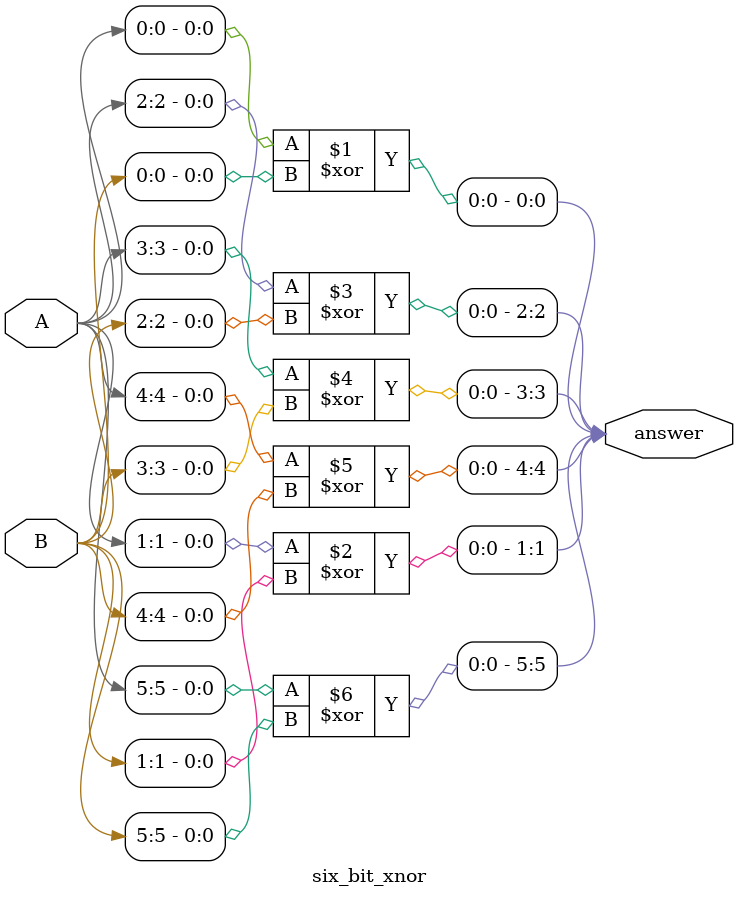
<source format=v>
`timescale 1ns / 1ps


module six_bit_xnor(
    input [5:0] A,
    input [5:0] B,
    output [5:0] answer
    );
    
    assign answer[0] = A[0] ^ B[0];
    assign answer[1] = A[1] ^ B[1];
    assign answer[2] = A[2] ^ B[2];
    assign answer[3] = A[3] ^ B[3];
    assign answer[4] = A[4] ^ B[4];
    assign answer[5] = A[5] ^ B[5];
    
endmodule

</source>
